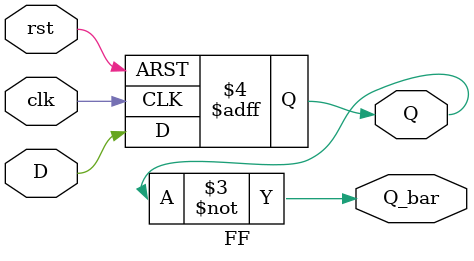
<source format=v>
`timescale 1ns / 1ps


module FF(
input clk,
input rst,
input D,
output Q,
output Q_bar
);
reg Q;
wire Q_bar;

always @(posedge clk,negedge rst) begin
    if(~rst) begin
        Q <= 1'b0;
    end
    else begin
        Q <= D; 
    end
end

assign Q_bar = ~Q;

endmodule

</source>
